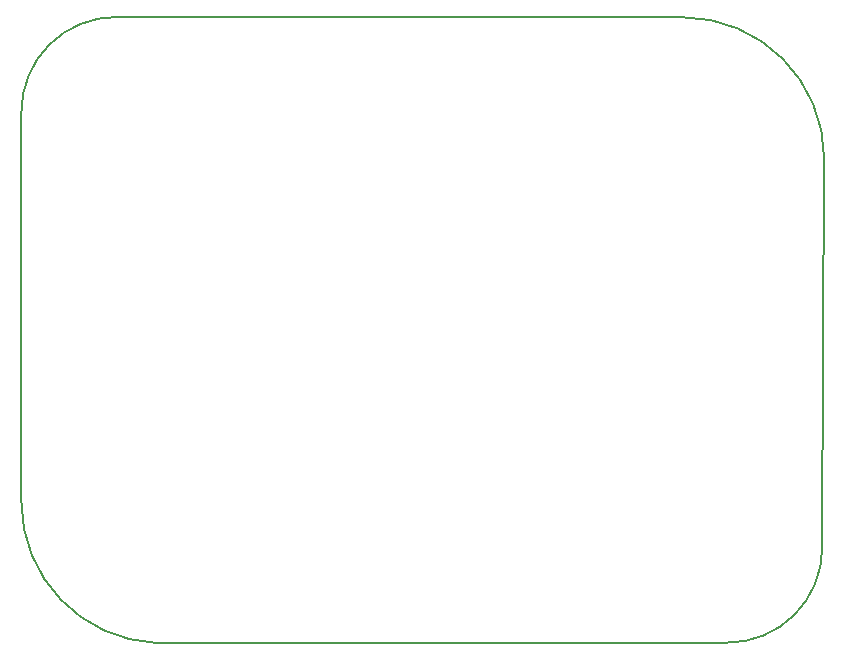
<source format=gbr>
G04 #@! TF.GenerationSoftware,KiCad,Pcbnew,(5.0.2)-1*
G04 #@! TF.CreationDate,2018-12-26T19:39:10+05:30*
G04 #@! TF.ProjectId,Air Pollution,41697220-506f-46c6-9c75-74696f6e2e6b,rev?*
G04 #@! TF.SameCoordinates,Original*
G04 #@! TF.FileFunction,Profile,NP*
%FSLAX46Y46*%
G04 Gerber Fmt 4.6, Leading zero omitted, Abs format (unit mm)*
G04 Created by KiCad (PCBNEW (5.0.2)-1) date 12/26/2018 7:39:10 PM*
%MOMM*%
%LPD*%
G01*
G04 APERTURE LIST*
%ADD10C,0.200000*%
G04 APERTURE END LIST*
D10*
X167675560Y-101899564D02*
G75*
G02X159598203Y-109931200I-8026558J-5237D01*
G01*
X99872643Y-64991136D02*
G75*
G02X107950000Y-56959500I8026558J5237D01*
G01*
X111354481Y-109966404D02*
G75*
G02X99867720Y-97988120I502039J11978284D01*
G01*
X155854400Y-56984900D02*
G75*
G02X167843200Y-68973700I0J-11988800D01*
G01*
X99876000Y-97993200D02*
X99876000Y-64985899D01*
X107899201Y-56982000D02*
X155879800Y-56982000D01*
X167665400Y-101904801D02*
X167825200Y-68922900D01*
X111252500Y-109971300D02*
X159613600Y-109931200D01*
M02*

</source>
